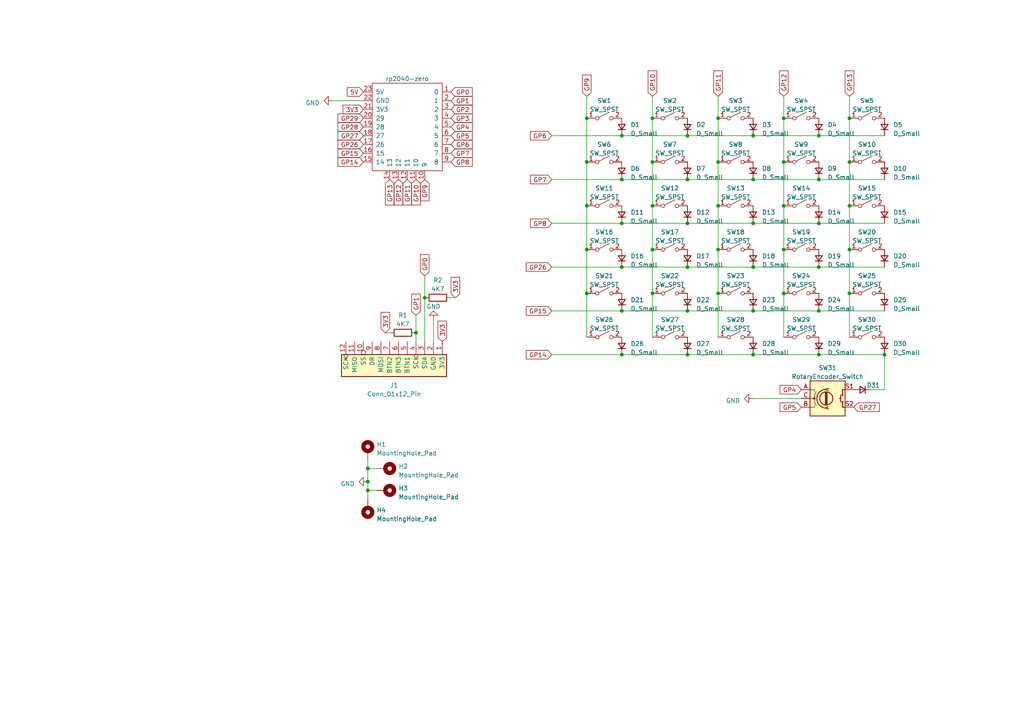
<source format=kicad_sch>
(kicad_sch (version 20230121) (generator eeschema)
  (paper "A4")
  (lib_symbols
    (symbol "Device:D_Small" (pin_numbers hide) (pin_names (offset 0.254) hide)
      (property "Reference" "D" (at -1.27 2.032 0))
      (property "Value" "D_Small" (at -3.81 -2.032 0))
      (symbol "D_Small_0_1"
        (polyline (pts (xy -0.762 -1.016) (xy -0.762 1.016)) (stroke (width 0.254)))
        (polyline (pts (xy -0.762 0) (xy 0.762 0)))
        (polyline (pts (xy 0.762 -1.016) (xy -0.762 0) (xy 0.762 1.016) (xy 0.762 -1.016)) (stroke (width 0.254)))
      )
      (symbol "D_Small_1_1"
        (pin passive line (at -2.54 0 0) (length 1.778) (name "K") (number "1"))
        (pin passive line (at 2.54 0 180) (length 1.778) (name "A") (number "2"))
      )
    )
    (symbol "Device:R" (pin_numbers hide) (pin_names (offset 0))
      (property "Reference" "R" (at 2.032 0 90))
      (property "Value" "R" (at 0 0 90))
      (symbol "R_0_1"
        (rectangle (start -1.016 -2.54) (end 1.016 2.54) (stroke (width 0.254)))
      )
      (symbol "R_1_1"
        (pin passive line (at 0 3.81 270) (length 1.27) (name "~") (number "1"))
        (pin passive line (at 0 -3.81 90) (length 1.27) (name "~") (number "2"))
      )
    )
    (symbol "Device:RotaryEncoder_Switch" (pin_names (offset 0.254) hide)
      (property "Reference" "SW" (at 0 6.604 0))
      (property "Value" "RotaryEncoder_Switch" (at 0 -6.604 0))
      (symbol "RotaryEncoder_Switch_0_1"
        (rectangle (start -5.08 5.08) (end 5.08 -5.08) (stroke (width 0.254)) (fill (type background)))
        (circle (center -3.81 0) (radius 0.254) (fill (type outline)))
        (circle (center -0.381 0) (radius 1.905) (stroke (width 0.254)))
        (arc (start -0.381 2.667) (mid -3.0988 -0.0635) (end -0.381 -2.794) (stroke (width 0.254)))
        (polyline (pts (xy -0.635 -1.778) (xy -0.635 1.778)) (stroke (width 0.254)))
        (polyline (pts (xy -0.381 -1.778) (xy -0.381 1.778)) (stroke (width 0.254)))
        (polyline (pts (xy -0.127 1.778) (xy -0.127 -1.778)) (stroke (width 0.254)))
        (polyline (pts (xy 3.81 0) (xy 3.429 0)) (stroke (width 0.254)))
        (polyline (pts (xy 3.81 1.016) (xy 3.81 -1.016)) (stroke (width 0.254)))
        (polyline (pts (xy -5.08 -2.54) (xy -3.81 -2.54) (xy -3.81 -2.032)))
        (polyline (pts (xy -5.08 2.54) (xy -3.81 2.54) (xy -3.81 2.032)))
        (polyline (pts (xy 0.254 -3.048) (xy -0.508 -2.794) (xy 0.127 -2.413)) (stroke (width 0.254)))
        (polyline (pts (xy 0.254 2.921) (xy -0.508 2.667) (xy 0.127 2.286)) (stroke (width 0.254)))
        (polyline (pts (xy 5.08 -2.54) (xy 4.318 -2.54) (xy 4.318 -1.016)) (stroke (width 0.254)))
        (polyline (pts (xy 5.08 2.54) (xy 4.318 2.54) (xy 4.318 1.016)) (stroke (width 0.254)))
        (polyline (pts (xy -5.08 0) (xy -3.81 0) (xy -3.81 -1.016) (xy -3.302 -2.032)))
        (polyline (pts (xy -4.318 0) (xy -3.81 0) (xy -3.81 1.016) (xy -3.302 2.032)))
        (circle (center 4.318 -1.016) (radius 0.127) (stroke (width 0.254)))
        (circle (center 4.318 1.016) (radius 0.127) (stroke (width 0.254)))
      )
      (symbol "RotaryEncoder_Switch_1_1"
        (pin passive line (at -7.62 2.54 0) (length 2.54) (name "A") (number "A"))
        (pin passive line (at -7.62 -2.54 0) (length 2.54) (name "B") (number "B"))
        (pin passive line (at -7.62 0 0) (length 2.54) (name "C") (number "C"))
        (pin passive line (at 7.62 2.54 180) (length 2.54) (name "S1") (number "S1"))
        (pin passive line (at 7.62 -2.54 180) (length 2.54) (name "S2") (number "S2"))
      )
    )
    (symbol "GND_1" (power) (pin_names (offset 0) hide)
      (property "Value" "GND_1" (at 0 -3.81 0))
      (symbol "GND_1_0_1"
        (polyline (pts (xy 0 0) (xy 0 -1.27) (xy 1.27 -1.27) (xy 0 -2.54) (xy -1.27 -1.27) (xy 0 -1.27)))
      )
      (symbol "GND_1_1_1"
        (pin power_in line (at 0 0 270) (length 0) hide (name "GND") (number "1"))
      )
    )
    (symbol "GND_2" (power) (pin_names (offset 0) hide)
      (property "Value" "GND_2" (at 0 -3.81 0))
      (symbol "GND_2_0_1"
        (polyline (pts (xy 0 0) (xy 0 -1.27) (xy 1.27 -1.27) (xy 0 -2.54) (xy -1.27 -1.27) (xy 0 -1.27)))
      )
      (symbol "GND_2_1_1"
        (pin power_in line (at 0 0 270) (length 0) hide (name "GND") (number "1"))
      )
    )
    (symbol "Mechanical:MountingHole_Pad" (pin_numbers hide) (pin_names (offset 1.016) hide)
      (property "Reference" "H" (at 0 6.35 0))
      (property "Value" "MountingHole_Pad" (at 0 4.445 0))
      (symbol "MountingHole_Pad_0_1"
        (circle (center 0 1.27) (radius 1.27) (stroke (width 1.27)))
      )
      (symbol "MountingHole_Pad_1_1"
        (pin input line (at 0 -2.54 90) (length 2.54) (name "1") (number "1"))
      )
    )
    (symbol "Switch:SW_SPST" (pin_names (offset 0) hide)
      (property "Reference" "SW" (at 0 3.175 0))
      (property "Value" "SW_SPST" (at 0 -2.54 0))
      (symbol "SW_SPST_0_0"
        (circle (center -2.032 0) (radius 0.508))
        (polyline (pts (xy -1.524 0.254) (xy 1.524 1.778)))
        (circle (center 2.032 0) (radius 0.508))
      )
      (symbol "SW_SPST_1_1"
        (pin passive line (at -5.08 0 0) (length 2.54) (name "A") (number "1"))
        (pin passive line (at 5.08 0 180) (length 2.54) (name "B") (number "2"))
      )
    )
    (symbol "mcu:rp2040-zero" (pin_names (offset 1.016))
      (property "Reference" "U" (at 0 15.24 0))
      (property "Value" "rp2040-zero" (at 0 12.7 0))
      (symbol "rp2040-zero_0_1"
        (rectangle (start -10.16 11.43) (end 10.16 -13.97))
      )
      (symbol "rp2040-zero_1_1"
        (pin bidirectional line (at 12.7 8.89 180) (length 2.54) (name "0") (number "1"))
        (pin bidirectional line (at 5.08 -16.51 90) (length 2.54) (name "9") (number "10"))
        (pin bidirectional line (at 2.54 -16.51 90) (length 2.54) (name "10") (number "11"))
        (pin bidirectional line (at 0 -16.51 90) (length 2.54) (name "11") (number "12"))
        (pin bidirectional line (at -2.54 -16.51 90) (length 2.54) (name "12") (number "13"))
        (pin bidirectional line (at -5.08 -16.51 90) (length 2.54) (name "13") (number "14"))
        (pin bidirectional line (at -12.7 -11.43 0) (length 2.54) (name "14") (number "15"))
        (pin bidirectional line (at -12.7 -8.89 0) (length 2.54) (name "15") (number "16"))
        (pin bidirectional line (at -12.7 -6.35 0) (length 2.54) (name "26") (number "17"))
        (pin bidirectional line (at -12.7 -3.81 0) (length 2.54) (name "27") (number "18"))
        (pin bidirectional line (at -12.7 -1.27 0) (length 2.54) (name "28") (number "19"))
        (pin bidirectional line (at 12.7 6.35 180) (length 2.54) (name "1") (number "2"))
        (pin bidirectional line (at -12.7 1.27 0) (length 2.54) (name "29") (number "20"))
        (pin power_out line (at -12.7 3.81 0) (length 2.54) (name "3V3") (number "21"))
        (pin power_out line (at -12.7 6.35 0) (length 2.54) (name "GND") (number "22"))
        (pin power_out line (at -12.7 8.89 0) (length 2.54) (name "5V") (number "23"))
        (pin bidirectional line (at 12.7 3.81 180) (length 2.54) (name "2") (number "3"))
        (pin bidirectional line (at 12.7 1.27 180) (length 2.54) (name "3") (number "4"))
        (pin bidirectional line (at 12.7 -1.27 180) (length 2.54) (name "4") (number "5"))
        (pin bidirectional line (at 12.7 -3.81 180) (length 2.54) (name "5") (number "6"))
        (pin bidirectional line (at 12.7 -6.35 180) (length 2.54) (name "6") (number "7"))
        (pin bidirectional line (at 12.7 -8.89 180) (length 2.54) (name "7") (number "8"))
        (pin bidirectional line (at 12.7 -11.43 180) (length 2.54) (name "8") (number "9"))
      )
    )
    (symbol "misc:cirque-trackpad"
      (property "Reference" "J" (at 0 20.32 0))
      (property "Value" "cirque-trackpad" (at 0 17.78 0))
      (symbol "cirque-trackpad_1_1"
        (rectangle (start -2.54 15.24) (end 3.81 -15.24) (stroke (width 0.254)) (fill (type background)))
        (pin power_in line (at -6.35 13.97 0) (length 3.81) (name "3V3") (number "1"))
        (pin input inverted (at -6.35 -8.89 0) (length 3.81) (name "SS") (number "10"))
        (pin output line (at -6.35 -11.43 0) (length 3.81) (name "MISO") (number "11"))
        (pin input clock (at -6.35 -13.97 0) (length 3.81) (name "SCK") (number "12"))
        (pin power_in line (at -6.35 11.43 0) (length 3.81) (name "GND") (number "2"))
        (pin bidirectional line (at -6.35 8.89 0) (length 3.81) (name "SDA") (number "3"))
        (pin bidirectional clock (at -6.35 6.35 0) (length 3.81) (name "SCL") (number "4"))
        (pin output line (at -6.35 3.81 0) (length 3.81) (name "BTN1") (number "5"))
        (pin output line (at -6.35 1.27 0) (length 3.81) (name "BTN3") (number "6"))
        (pin output line (at -6.35 -1.27 0) (length 3.81) (name "BTN2") (number "7"))
        (pin input line (at -6.35 -3.81 0) (length 3.81) (name "MOSI") (number "8"))
        (pin bidirectional line (at -6.35 -6.35 0) (length 3.81) (name "DR") (number "9"))
      )
    )
    (symbol "power:GND" (power) (pin_names (offset 0) hide)
      (property "Value" "GND" (at 0 -3.81 0))
      (symbol "GND_0_1"
        (polyline (pts (xy 0 0) (xy 0 -1.27) (xy 1.27 -1.27) (xy 0 -2.54) (xy -1.27 -1.27) (xy 0 -1.27)))
      )
      (symbol "GND_1_1"
        (pin power_in line (at 0 0 270) (length 0) hide (name "GND") (number "1"))
      )
    )
  )
  (junction (at 180.34 52.07))
  (junction (at 189.23 34.29))
  (junction (at 208.28 72.39))
  (junction (at 237.49 64.77))
  (junction (at 246.38 34.29))
  (junction (at 199.39 77.47))
  (junction (at 189.23 46.99))
  (junction (at 180.34 64.77))
  (junction (at 120.65 96.52))
  (junction (at 246.38 72.39))
  (junction (at 218.44 77.47))
  (junction (at 227.33 34.29))
  (junction (at 199.39 39.37))
  (junction (at 208.28 59.69))
  (junction (at 106.68 142.24))
  (junction (at 106.68 135.89))
  (junction (at 199.39 64.77))
  (junction (at 237.49 77.47))
  (junction (at 170.18 46.99))
  (junction (at 227.33 46.99))
  (junction (at 237.49 90.17))
  (junction (at 170.18 72.39))
  (junction (at 199.39 102.87))
  (junction (at 218.44 90.17))
  (junction (at 218.44 102.87))
  (junction (at 180.34 77.47))
  (junction (at 227.33 85.09))
  (junction (at 237.49 52.07))
  (junction (at 123.19 86.36))
  (junction (at 180.34 90.17))
  (junction (at 170.18 85.09))
  (junction (at 106.68 139.7))
  (junction (at 218.44 64.77))
  (junction (at 246.38 59.69))
  (junction (at 170.18 34.29))
  (junction (at 208.28 34.29))
  (junction (at 180.34 102.87))
  (junction (at 218.44 39.37))
  (junction (at 208.28 46.99))
  (junction (at 227.33 59.69))
  (junction (at 199.39 52.07))
  (junction (at 189.23 59.69))
  (junction (at 227.33 72.39))
  (junction (at 246.38 85.09))
  (junction (at 189.23 72.39))
  (junction (at 199.39 90.17))
  (junction (at 246.38 46.99))
  (junction (at 237.49 102.87))
  (junction (at 180.34 39.37))
  (junction (at 170.18 59.69))
  (junction (at 218.44 52.07))
  (junction (at 208.28 85.09))
  (junction (at 256.54 102.87))
  (junction (at 237.49 39.37))
  (junction (at 189.23 85.09))
  (wire (pts (xy 189.23 46.99) (xy 189.23 59.69)))
  (wire (pts (xy 227.33 59.69) (xy 227.33 72.39)))
  (wire (pts (xy 246.38 46.99) (xy 246.38 59.69)))
  (wire (pts (xy 246.38 27.94) (xy 246.38 34.29)))
  (wire (pts (xy 189.23 27.94) (xy 189.23 34.29)))
  (wire (pts (xy 227.33 34.29) (xy 227.33 46.99)))
  (wire (pts (xy 199.39 52.07) (xy 218.44 52.07)))
  (wire (pts (xy 120.65 96.52) (xy 120.65 99.06)))
  (wire (pts (xy 199.39 77.47) (xy 218.44 77.47)))
  (wire (pts (xy 180.34 52.07) (xy 199.39 52.07)))
  (wire (pts (xy 208.28 34.29) (xy 208.28 46.99)))
  (wire (pts (xy 160.02 52.07) (xy 180.34 52.07)))
  (wire (pts (xy 160.02 64.77) (xy 180.34 64.77)))
  (wire (pts (xy 246.38 59.69) (xy 246.38 72.39)))
  (wire (pts (xy 232.41 115.57) (xy 218.44 115.57)))
  (wire (pts (xy 227.33 27.94) (xy 227.33 34.29)))
  (wire (pts (xy 106.68 135.89) (xy 109.22 135.89)))
  (wire (pts (xy 106.68 133.35) (xy 106.68 135.89)))
  (wire (pts (xy 170.18 59.69) (xy 170.18 72.39)))
  (wire (pts (xy 170.18 46.99) (xy 170.18 59.69)))
  (wire (pts (xy 237.49 39.37) (xy 256.54 39.37)))
  (wire (pts (xy 246.38 85.09) (xy 246.38 97.79)))
  (wire (pts (xy 246.38 72.39) (xy 246.38 85.09)))
  (wire (pts (xy 132.08 86.36) (xy 130.81 86.36)))
  (wire (pts (xy 180.34 102.87) (xy 199.39 102.87)))
  (wire (pts (xy 106.68 142.24) (xy 109.22 142.24)))
  (wire (pts (xy 237.49 102.87) (xy 256.54 102.87)))
  (wire (pts (xy 170.18 72.39) (xy 170.18 85.09)))
  (wire (pts (xy 120.65 91.44) (xy 120.65 96.52)))
  (wire (pts (xy 160.02 39.37) (xy 180.34 39.37)))
  (wire (pts (xy 208.28 27.94) (xy 208.28 34.29)))
  (wire (pts (xy 237.49 64.77) (xy 256.54 64.77)))
  (wire (pts (xy 218.44 90.17) (xy 237.49 90.17)))
  (wire (pts (xy 218.44 39.37) (xy 237.49 39.37)))
  (wire (pts (xy 237.49 90.17) (xy 256.54 90.17)))
  (wire (pts (xy 170.18 27.94) (xy 170.18 34.29)))
  (wire (pts (xy 227.33 46.99) (xy 227.33 59.69)))
  (wire (pts (xy 227.33 85.09) (xy 227.33 97.79)))
  (wire (pts (xy 96.52 29.21) (xy 105.41 29.21)))
  (wire (pts (xy 199.39 90.17) (xy 218.44 90.17)))
  (wire (pts (xy 180.34 77.47) (xy 199.39 77.47)))
  (wire (pts (xy 208.28 85.09) (xy 208.28 97.79)))
  (wire (pts (xy 123.19 80.01) (xy 123.19 86.36)))
  (wire (pts (xy 208.28 46.99) (xy 208.28 59.69)))
  (wire (pts (xy 180.34 39.37) (xy 199.39 39.37)))
  (wire (pts (xy 218.44 77.47) (xy 237.49 77.47)))
  (wire (pts (xy 218.44 52.07) (xy 237.49 52.07)))
  (wire (pts (xy 106.68 142.24) (xy 106.68 144.78)))
  (wire (pts (xy 189.23 85.09) (xy 189.23 97.79)))
  (wire (pts (xy 237.49 77.47) (xy 256.54 77.47)))
  (wire (pts (xy 218.44 102.87) (xy 237.49 102.87)))
  (wire (pts (xy 111.76 96.52) (xy 113.03 96.52)))
  (wire (pts (xy 199.39 102.87) (xy 218.44 102.87)))
  (wire (pts (xy 189.23 34.29) (xy 189.23 46.99)))
  (wire (pts (xy 170.18 34.29) (xy 170.18 46.99)))
  (wire (pts (xy 256.54 113.03) (xy 252.73 113.03)))
  (wire (pts (xy 125.73 92.71) (xy 125.73 99.06)))
  (wire (pts (xy 256.54 102.87) (xy 256.54 113.03)))
  (wire (pts (xy 106.68 135.89) (xy 106.68 139.7)))
  (wire (pts (xy 160.02 77.47) (xy 180.34 77.47)))
  (wire (pts (xy 189.23 59.69) (xy 189.23 72.39)))
  (wire (pts (xy 208.28 72.39) (xy 208.28 85.09)))
  (wire (pts (xy 246.38 34.29) (xy 246.38 46.99)))
  (wire (pts (xy 106.68 139.7) (xy 106.68 142.24)))
  (wire (pts (xy 123.19 86.36) (xy 123.19 99.06)))
  (wire (pts (xy 237.49 52.07) (xy 256.54 52.07)))
  (wire (pts (xy 227.33 72.39) (xy 227.33 85.09)))
  (wire (pts (xy 218.44 64.77) (xy 237.49 64.77)))
  (wire (pts (xy 199.39 64.77) (xy 218.44 64.77)))
  (wire (pts (xy 189.23 72.39) (xy 189.23 85.09)))
  (wire (pts (xy 160.02 90.17) (xy 180.34 90.17)))
  (wire (pts (xy 180.34 64.77) (xy 199.39 64.77)))
  (wire (pts (xy 160.02 102.87) (xy 180.34 102.87)))
  (wire (pts (xy 199.39 39.37) (xy 218.44 39.37)))
  (wire (pts (xy 170.18 85.09) (xy 170.18 97.79)))
  (wire (pts (xy 208.28 59.69) (xy 208.28 72.39)))
  (wire (pts (xy 180.34 90.17) (xy 199.39 90.17)))
  (global_label "GP26" (shape input) (at 105.41 41.91 180) (property "Intersheetrefs" "${INTERSHEET_REFS}" (effects hide)))
  (global_label "GP13" (shape input) (at 246.38 27.94 90) (property "Intersheetrefs" "${INTERSHEET_REFS}" (effects hide)))
  (global_label "3V3" (shape input) (at 128.27 99.06 90) (property "Intersheetrefs" "${INTERSHEET_REFS}" (effects hide)))
  (global_label "GP0" (shape input) (at 130.81 26.67 0) (property "Intersheetrefs" "${INTERSHEET_REFS}" (effects hide)))
  (global_label "GP26" (shape input) (at 160.02 77.47 180) (property "Intersheetrefs" "${INTERSHEET_REFS}" (effects hide)))
  (global_label "GP15" (shape input) (at 105.41 44.45 180) (property "Intersheetrefs" "${INTERSHEET_REFS}" (effects hide)))
  (global_label "GP6" (shape input) (at 160.02 39.37 180) (property "Intersheetrefs" "${INTERSHEET_REFS}" (effects hide)))
  (global_label "GP27" (shape input) (at 247.65 118.11 0) (property "Intersheetrefs" "${INTERSHEET_REFS}" (effects hide)))
  (global_label "3V3" (shape input) (at 105.41 31.75 180) (property "Intersheetrefs" "${INTERSHEET_REFS}" (effects hide)))
  (global_label "GP28" (shape input) (at 105.41 36.83 180) (property "Intersheetrefs" "${INTERSHEET_REFS}" (effects hide)))
  (global_label "GP9" (shape input) (at 123.19 52.07 270) (property "Intersheetrefs" "${INTERSHEET_REFS}" (effects hide)))
  (global_label "GP8" (shape input) (at 130.81 46.99 0) (property "Intersheetrefs" "${INTERSHEET_REFS}" (effects hide)))
  (global_label "GP6" (shape input) (at 130.81 41.91 0) (property "Intersheetrefs" "${INTERSHEET_REFS}" (effects hide)))
  (global_label "GP3" (shape input) (at 130.81 34.29 0) (property "Intersheetrefs" "${INTERSHEET_REFS}" (effects hide)))
  (global_label "GP1" (shape input) (at 130.81 29.21 0) (property "Intersheetrefs" "${INTERSHEET_REFS}" (effects hide)))
  (global_label "GP14" (shape input) (at 105.41 46.99 180) (property "Intersheetrefs" "${INTERSHEET_REFS}" (effects hide)))
  (global_label "GP10" (shape input) (at 120.65 52.07 270) (property "Intersheetrefs" "${INTERSHEET_REFS}" (effects hide)))
  (global_label "GP14" (shape input) (at 160.02 102.87 180) (property "Intersheetrefs" "${INTERSHEET_REFS}" (effects hide)))
  (global_label "GP10" (shape input) (at 189.23 27.94 90) (property "Intersheetrefs" "${INTERSHEET_REFS}" (effects hide)))
  (global_label "GP12" (shape input) (at 227.33 27.94 90) (property "Intersheetrefs" "${INTERSHEET_REFS}" (effects hide)))
  (global_label "GP2" (shape input) (at 130.81 31.75 0) (property "Intersheetrefs" "${INTERSHEET_REFS}" (effects hide)))
  (global_label "3V3" (shape input) (at 132.08 86.36 90) (property "Intersheetrefs" "${INTERSHEET_REFS}" (effects hide)))
  (global_label "GP11" (shape input) (at 208.28 27.94 90) (property "Intersheetrefs" "${INTERSHEET_REFS}" (effects hide)))
  (global_label "GP15" (shape input) (at 160.02 90.17 180) (property "Intersheetrefs" "${INTERSHEET_REFS}" (effects hide)))
  (global_label "GP1" (shape input) (at 120.65 91.44 90) (property "Intersheetrefs" "${INTERSHEET_REFS}" (effects hide)))
  (global_label "GP8" (shape input) (at 160.02 64.77 180) (property "Intersheetrefs" "${INTERSHEET_REFS}" (effects hide)))
  (global_label "GP27" (shape input) (at 105.41 39.37 180) (property "Intersheetrefs" "${INTERSHEET_REFS}" (effects hide)))
  (global_label "GP5" (shape input) (at 130.81 39.37 0) (property "Intersheetrefs" "${INTERSHEET_REFS}" (effects hide)))
  (global_label "GP7" (shape input) (at 160.02 52.07 180) (property "Intersheetrefs" "${INTERSHEET_REFS}" (effects hide)))
  (global_label "GP9" (shape input) (at 170.18 27.94 90) (property "Intersheetrefs" "${INTERSHEET_REFS}" (effects hide)))
  (global_label "3V3" (shape input) (at 111.76 96.52 90) (property "Intersheetrefs" "${INTERSHEET_REFS}" (effects hide)))
  (global_label "GP7" (shape input) (at 130.81 44.45 0) (property "Intersheetrefs" "${INTERSHEET_REFS}" (effects hide)))
  (global_label "GP4" (shape input) (at 130.81 36.83 0) (property "Intersheetrefs" "${INTERSHEET_REFS}" (effects hide)))
  (global_label "GP4" (shape input) (at 232.41 113.03 180) (property "Intersheetrefs" "${INTERSHEET_REFS}" (effects hide)))
  (global_label "GP12" (shape input) (at 115.57 52.07 270) (property "Intersheetrefs" "${INTERSHEET_REFS}" (effects hide)))
  (global_label "GP0" (shape input) (at 123.19 80.01 90) (property "Intersheetrefs" "${INTERSHEET_REFS}" (effects hide)))
  (global_label "GP29" (shape input) (at 105.41 34.29 180) (property "Intersheetrefs" "${INTERSHEET_REFS}" (effects hide)))
  (global_label "GP5" (shape input) (at 232.41 118.11 180) (property "Intersheetrefs" "${INTERSHEET_REFS}" (effects hide)))
  (global_label "5V" (shape input) (at 105.41 26.67 180) (property "Intersheetrefs" "${INTERSHEET_REFS}" (effects hide)))
  (global_label "GP11" (shape input) (at 118.11 52.07 270) (property "Intersheetrefs" "${INTERSHEET_REFS}" (effects hide)))
  (global_label "GP13" (shape input) (at 113.03 52.07 270) (property "Intersheetrefs" "${INTERSHEET_REFS}" (effects hide)))
  (symbol (lib_id "Device:D_Small") (at 256.54 62.23 90) (unit 1)
    (property "Reference" "D15" (at 259.08 61.595 90) (effects (justify right)))
    (property "Value" "D_Small" (at 259.08 64.135 90) (effects (justify right)))
    (property "Footprint" "Diode_SMD:D_SOD-123" (effects hide))
    (property "Sim.Device" "D" (effects hide))
    (property "Sim.Pins" "1=K 2=A" (effects hide))
  )
  (symbol (lib_id "Device:D_Small") (at 180.34 49.53 90) (unit 1)
    (property "Reference" "D6" (at 182.88 48.895 90) (effects (justify right)))
    (property "Value" "D_Small" (at 182.88 51.435 90) (effects (justify right)))
    (property "Footprint" "Diode_SMD:D_SOD-123" (effects hide))
    (property "Sim.Device" "D" (effects hide))
    (property "Sim.Pins" "1=K 2=A" (effects hide))
  )
  (symbol (lib_id "Switch:SW_SPST") (at 175.26 72.39 0) (unit 1)
    (property "Reference" "SW16" (at 175.26 67.31 0))
    (property "Value" "SW_SPST" (at 175.26 69.85 0))
    (property "Footprint" "PCM_Switch_Keyboard_Kailh:SW_Kailh_Choc_V1_1.00u" (effects hide))
  )
  (symbol (lib_id "Device:D_Small") (at 237.49 62.23 90) (unit 1)
    (property "Reference" "D14" (at 240.03 61.595 90) (effects (justify right)))
    (property "Value" "D_Small" (at 240.03 64.135 90) (effects (justify right)))
    (property "Footprint" "Diode_SMD:D_SOD-123" (effects hide))
    (property "Sim.Device" "D" (effects hide))
    (property "Sim.Pins" "1=K 2=A" (effects hide))
  )
  (symbol (lib_id "Device:R") (at 127 86.36 90) (unit 1)
    (property "Reference" "R2" (at 127 81.28 90))
    (property "Value" "4K7" (at 127 83.82 90))
    (property "Footprint" "Resistor_SMD:R_0402_1005Metric" (effects hide))
  )
  (symbol (lib_id "Mechanical:MountingHole_Pad") (at 106.68 147.32 180) (unit 1)
    (property "Reference" "H4" (at 109.22 147.955 0) (effects (justify right)))
    (property "Value" "MountingHole_Pad" (at 109.22 150.495 0) (effects (justify right)))
    (property "Footprint" "MountingHole:MountingHole_2.2mm_M2_ISO7380_Pad_TopBottom" (effects hide))
  )
  (symbol (lib_id "Switch:SW_SPST") (at 232.41 46.99 0) (unit 1)
    (property "Reference" "SW9" (at 232.41 41.91 0))
    (property "Value" "SW_SPST" (at 232.41 44.45 0))
    (property "Footprint" "PCM_Switch_Keyboard_Kailh:SW_Kailh_Choc_V1_1.00u" (effects hide))
  )
  (symbol (lib_id "Mechanical:MountingHole_Pad") (at 111.76 142.24 270) (unit 1)
    (property "Reference" "H3" (at 115.57 141.605 90) (effects (justify left)))
    (property "Value" "MountingHole_Pad" (at 115.57 144.145 90) (effects (justify left)))
    (property "Footprint" "MountingHole:MountingHole_2.2mm_M2_ISO7380_Pad_TopBottom" (effects hide))
  )
  (symbol (lib_id "Switch:SW_SPST") (at 251.46 59.69 0) (unit 1)
    (property "Reference" "SW15" (at 251.46 54.61 0))
    (property "Value" "SW_SPST" (at 251.46 57.15 0))
    (property "Footprint" "PCM_Switch_Keyboard_Kailh:SW_Kailh_Choc_V1_1.00u" (effects hide))
  )
  (symbol (lib_id "Switch:SW_SPST") (at 213.36 59.69 0) (unit 1)
    (property "Reference" "SW13" (at 213.36 54.61 0))
    (property "Value" "SW_SPST" (at 213.36 57.15 0))
    (property "Footprint" "PCM_Switch_Keyboard_Kailh:SW_Kailh_Choc_V1_1.00u" (effects hide))
  )
  (symbol (lib_id "Device:D_Small") (at 256.54 74.93 90) (unit 1)
    (property "Reference" "D20" (at 259.08 74.295 90) (effects (justify right)))
    (property "Value" "D_Small" (at 259.08 76.835 90) (effects (justify right)))
    (property "Footprint" "Diode_SMD:D_SOD-123" (effects hide))
    (property "Sim.Device" "D" (effects hide))
    (property "Sim.Pins" "1=K 2=A" (effects hide))
  )
  (symbol (lib_name "GND_1") (lib_id "power:GND") (at 218.44 115.57 270) (unit 1)
    (property "Reference" "#PWR03" (effects hide))
    (property "Value" "GND" (at 214.63 116.205 90) (effects (justify right)))
  )
  (symbol (lib_id "Switch:SW_SPST") (at 194.31 59.69 0) (unit 1)
    (property "Reference" "SW12" (at 194.31 54.61 0))
    (property "Value" "SW_SPST" (at 194.31 57.15 0))
    (property "Footprint" "PCM_Switch_Keyboard_Kailh:SW_Kailh_Choc_V1_1.00u" (effects hide))
  )
  (symbol (lib_id "Device:RotaryEncoder_Switch") (at 240.03 115.57 0) (unit 1)
    (property "Reference" "SW31" (at 240.03 106.68 0))
    (property "Value" "RotaryEncoder_Switch" (at 240.03 109.22 0))
    (property "Footprint" "switch:EVQWGD001" (effects hide))
  )
  (symbol (lib_id "Device:D_Small") (at 237.49 49.53 90) (unit 1)
    (property "Reference" "D9" (at 240.03 48.895 90) (effects (justify right)))
    (property "Value" "D_Small" (at 240.03 51.435 90) (effects (justify right)))
    (property "Footprint" "Diode_SMD:D_SOD-123" (effects hide))
    (property "Sim.Device" "D" (effects hide))
    (property "Sim.Pins" "1=K 2=A" (effects hide))
  )
  (symbol (lib_id "Mechanical:MountingHole_Pad") (at 106.68 130.81 0) (unit 1)
    (property "Reference" "H1" (at 109.22 128.905 0) (effects (justify left)))
    (property "Value" "MountingHole_Pad" (at 109.22 131.445 0) (effects (justify left)))
    (property "Footprint" "MountingHole:MountingHole_2.2mm_M2_ISO7380_Pad_TopBottom" (effects hide))
  )
  (symbol (lib_id "power:GND") (at 125.73 92.71 180) (unit 1)
    (property "Reference" "#PWR02" (effects hide))
    (property "Value" "GND" (at 125.73 88.9 0))
  )
  (symbol (lib_id "Device:D_Small") (at 199.39 49.53 90) (unit 1)
    (property "Reference" "D7" (at 201.93 48.895 90) (effects (justify right)))
    (property "Value" "D_Small" (at 201.93 51.435 90) (effects (justify right)))
    (property "Footprint" "Diode_SMD:D_SOD-123" (effects hide))
    (property "Sim.Device" "D" (effects hide))
    (property "Sim.Pins" "1=K 2=A" (effects hide))
  )
  (symbol (lib_id "Device:D_Small") (at 218.44 36.83 90) (unit 1)
    (property "Reference" "D3" (at 220.98 36.195 90) (effects (justify right)))
    (property "Value" "D_Small" (at 220.98 38.735 90) (effects (justify right)))
    (property "Footprint" "Diode_SMD:D_SOD-123" (effects hide))
    (property "Sim.Device" "D" (effects hide))
    (property "Sim.Pins" "1=K 2=A" (effects hide))
  )
  (symbol (lib_id "Switch:SW_SPST") (at 213.36 34.29 0) (unit 1)
    (property "Reference" "SW3" (at 213.36 29.21 0))
    (property "Value" "SW_SPST" (at 213.36 31.75 0))
    (property "Footprint" "PCM_Switch_Keyboard_Kailh:SW_Kailh_Choc_V1_1.00u" (effects hide))
  )
  (symbol (lib_name "GND_2") (lib_id "power:GND") (at 96.52 29.21 270) (unit 1)
    (property "Reference" "#PWR01" (effects hide))
    (property "Value" "GND" (at 92.71 29.845 90) (effects (justify right)))
  )
  (symbol (lib_id "Device:D_Small") (at 237.49 36.83 90) (unit 1)
    (property "Reference" "D4" (at 240.03 36.195 90) (effects (justify right)))
    (property "Value" "D_Small" (at 240.03 38.735 90) (effects (justify right)))
    (property "Footprint" "Diode_SMD:D_SOD-123" (effects hide))
    (property "Sim.Device" "D" (effects hide))
    (property "Sim.Pins" "1=K 2=A" (effects hide))
  )
  (symbol (lib_id "Device:D_Small") (at 199.39 62.23 90) (unit 1)
    (property "Reference" "D12" (at 201.93 61.595 90) (effects (justify right)))
    (property "Value" "D_Small" (at 201.93 64.135 90) (effects (justify right)))
    (property "Footprint" "Diode_SMD:D_SOD-123" (effects hide))
    (property "Sim.Device" "D" (effects hide))
    (property "Sim.Pins" "1=K 2=A" (effects hide))
  )
  (symbol (lib_id "Switch:SW_SPST") (at 213.36 97.79 0) (unit 1)
    (property "Reference" "SW28" (at 213.36 92.71 0))
    (property "Value" "SW_SPST" (at 213.36 95.25 0))
    (property "Footprint" "PCM_Switch_Keyboard_Kailh:SW_Kailh_Choc_V1_1.00u" (effects hide))
  )
  (symbol (lib_id "Device:D_Small") (at 250.19 113.03 180) (unit 1)
    (property "Reference" "D31" (at 255.27 111.76 0) (effects (justify left)))
    (property "Value" "D_Small" (effects hide))
    (property "Footprint" "Diode_SMD:D_SOD-123" (effects hide))
    (property "Sim.Device" "D" (effects hide))
    (property "Sim.Pins" "1=K 2=A" (effects hide))
  )
  (symbol (lib_id "Device:D_Small") (at 180.34 62.23 90) (unit 1)
    (property "Reference" "D11" (at 182.88 61.595 90) (effects (justify right)))
    (property "Value" "D_Small" (at 182.88 64.135 90) (effects (justify right)))
    (property "Footprint" "Diode_SMD:D_SOD-123" (effects hide))
    (property "Sim.Device" "D" (effects hide))
    (property "Sim.Pins" "1=K 2=A" (effects hide))
  )
  (symbol (lib_id "Switch:SW_SPST") (at 175.26 34.29 0) (unit 1)
    (property "Reference" "SW1" (at 175.26 29.21 0))
    (property "Value" "SW_SPST" (at 175.26 31.75 0))
    (property "Footprint" "PCM_Switch_Keyboard_Kailh:SW_Kailh_Choc_V1_1.00u" (effects hide))
  )
  (symbol (lib_id "Switch:SW_SPST") (at 175.26 97.79 0) (unit 1)
    (property "Reference" "SW26" (at 175.26 92.71 0))
    (property "Value" "SW_SPST" (at 175.26 95.25 0))
    (property "Footprint" "PCM_Switch_Keyboard_Kailh:SW_Kailh_Choc_V1_1.00u" (effects hide))
  )
  (symbol (lib_id "mcu:rp2040-zero") (at 118.11 35.56 0) (unit 1)
    (property "Reference" "RZ1" (effects hide))
    (property "Value" "rp2040-zero" (at 118.11 22.86 0))
    (property "Footprint" "mcu:rp2040-zero-tht" (effects hide))
  )
  (symbol (lib_id "Device:D_Small") (at 199.39 74.93 90) (unit 1)
    (property "Reference" "D17" (at 201.93 74.295 90) (effects (justify right)))
    (property "Value" "D_Small" (at 201.93 76.835 90) (effects (justify right)))
    (property "Footprint" "Diode_SMD:D_SOD-123" (effects hide))
    (property "Sim.Device" "D" (effects hide))
    (property "Sim.Pins" "1=K 2=A" (effects hide))
  )
  (symbol (lib_id "Device:D_Small") (at 199.39 36.83 90) (unit 1)
    (property "Reference" "D2" (at 201.93 36.195 90) (effects (justify right)))
    (property "Value" "D_Small" (at 201.93 38.735 90) (effects (justify right)))
    (property "Footprint" "Diode_SMD:D_SOD-123" (effects hide))
    (property "Sim.Device" "D" (effects hide))
    (property "Sim.Pins" "1=K 2=A" (effects hide))
  )
  (symbol (lib_id "Switch:SW_SPST") (at 232.41 34.29 0) (unit 1)
    (property "Reference" "SW4" (at 232.41 29.21 0))
    (property "Value" "SW_SPST" (at 232.41 31.75 0))
    (property "Footprint" "PCM_Switch_Keyboard_Kailh:SW_Kailh_Choc_V1_1.00u" (effects hide))
  )
  (symbol (lib_id "Device:D_Small") (at 218.44 49.53 90) (unit 1)
    (property "Reference" "D8" (at 220.98 48.895 90) (effects (justify right)))
    (property "Value" "D_Small" (at 220.98 51.435 90) (effects (justify right)))
    (property "Footprint" "Diode_SMD:D_SOD-123" (effects hide))
    (property "Sim.Device" "D" (effects hide))
    (property "Sim.Pins" "1=K 2=A" (effects hide))
  )
  (symbol (lib_id "Switch:SW_SPST") (at 251.46 34.29 0) (unit 1)
    (property "Reference" "SW5" (at 251.46 29.21 0))
    (property "Value" "SW_SPST" (at 251.46 31.75 0))
    (property "Footprint" "PCM_Switch_Keyboard_Kailh:SW_Kailh_Choc_V1_1.00u" (effects hide))
  )
  (symbol (lib_id "Switch:SW_SPST") (at 232.41 72.39 0) (unit 1)
    (property "Reference" "SW19" (at 232.41 67.31 0))
    (property "Value" "SW_SPST" (at 232.41 69.85 0))
    (property "Footprint" "PCM_Switch_Keyboard_Kailh:SW_Kailh_Choc_V1_1.00u" (effects hide))
  )
  (symbol (lib_id "Switch:SW_SPST") (at 232.41 59.69 0) (unit 1)
    (property "Reference" "SW14" (at 232.41 54.61 0))
    (property "Value" "SW_SPST" (at 232.41 57.15 0))
    (property "Footprint" "PCM_Switch_Keyboard_Kailh:SW_Kailh_Choc_V1_1.00u" (effects hide))
  )
  (symbol (lib_id "Device:D_Small") (at 180.34 36.83 90) (unit 1)
    (property "Reference" "D1" (at 182.88 36.195 90) (effects (justify right)))
    (property "Value" "D_Small" (at 182.88 38.735 90) (effects (justify right)))
    (property "Footprint" "Diode_SMD:D_SOD-123" (effects hide))
    (property "Sim.Device" "D" (effects hide))
    (property "Sim.Pins" "1=K 2=A" (effects hide))
  )
  (symbol (lib_id "power:GND") (at 106.68 139.7 270) (unit 1)
    (property "Reference" "#PWR04" (effects hide))
    (property "Value" "GND" (at 102.87 140.335 90) (effects (justify right)))
  )
  (symbol (lib_id "Switch:SW_SPST") (at 194.31 34.29 0) (unit 1)
    (property "Reference" "SW2" (at 194.31 29.21 0))
    (property "Value" "SW_SPST" (at 194.31 31.75 0))
    (property "Footprint" "PCM_Switch_Keyboard_Kailh:SW_Kailh_Choc_V1_1.00u" (effects hide))
  )
  (symbol (lib_id "Device:D_Small") (at 218.44 62.23 90) (unit 1)
    (property "Reference" "D13" (at 220.98 61.595 90) (effects (justify right)))
    (property "Value" "D_Small" (at 220.98 64.135 90) (effects (justify right)))
    (property "Footprint" "Diode_SMD:D_SOD-123" (effects hide))
    (property "Sim.Device" "D" (effects hide))
    (property "Sim.Pins" "1=K 2=A" (effects hide))
  )
  (symbol (lib_id "Switch:SW_SPST") (at 175.26 59.69 0) (unit 1)
    (property "Reference" "SW11" (at 175.26 54.61 0))
    (property "Value" "SW_SPST" (at 175.26 57.15 0))
    (property "Footprint" "PCM_Switch_Keyboard_Kailh:SW_Kailh_Choc_V1_1.00u" (effects hide))
  )
  (symbol (lib_id "Switch:SW_SPST") (at 232.41 85.09 0) (unit 1)
    (property "Reference" "SW24" (at 232.41 80.01 0))
    (property "Value" "SW_SPST" (at 232.41 82.55 0))
    (property "Footprint" "PCM_Switch_Keyboard_Kailh:SW_Kailh_Choc_V1_1.00u" (effects hide))
  )
  (symbol (lib_id "Device:R") (at 116.84 96.52 90) (unit 1)
    (property "Reference" "R1" (at 116.84 91.44 90))
    (property "Value" "4K7" (at 116.84 93.98 90))
    (property "Footprint" "Resistor_SMD:R_0402_1005Metric" (effects hide))
  )
  (symbol (lib_id "Device:D_Small") (at 180.34 100.33 90) (unit 1)
    (property "Reference" "D26" (at 182.88 99.695 90) (effects (justify right)))
    (property "Value" "D_Small" (at 182.88 102.235 90) (effects (justify right)))
    (property "Footprint" "Diode_SMD:D_SOD-123" (effects hide))
    (property "Sim.Device" "D" (effects hide))
    (property "Sim.Pins" "1=K 2=A" (effects hide))
  )
  (symbol (lib_id "Device:D_Small") (at 237.49 100.33 90) (unit 1)
    (property "Reference" "D29" (at 240.03 99.695 90) (effects (justify right)))
    (property "Value" "D_Small" (at 240.03 102.235 90) (effects (justify right)))
    (property "Footprint" "Diode_SMD:D_SOD-123" (effects hide))
    (property "Sim.Device" "D" (effects hide))
    (property "Sim.Pins" "1=K 2=A" (effects hide))
  )
  (symbol (lib_id "Switch:SW_SPST") (at 194.31 72.39 0) (unit 1)
    (property "Reference" "SW17" (at 194.31 67.31 0))
    (property "Value" "SW_SPST" (at 194.31 69.85 0))
    (property "Footprint" "PCM_Switch_Keyboard_Kailh:SW_Kailh_Choc_V1_1.00u" (effects hide))
  )
  (symbol (lib_id "Device:D_Small") (at 199.39 100.33 90) (unit 1)
    (property "Reference" "D27" (at 201.93 99.695 90) (effects (justify right)))
    (property "Value" "D_Small" (at 201.93 102.235 90) (effects (justify right)))
    (property "Footprint" "Diode_SMD:D_SOD-123" (effects hide))
    (property "Sim.Device" "D" (effects hide))
    (property "Sim.Pins" "1=K 2=A" (effects hide))
  )
  (symbol (lib_id "Switch:SW_SPST") (at 175.26 46.99 0) (unit 1)
    (property "Reference" "SW6" (at 175.26 41.91 0))
    (property "Value" "SW_SPST" (at 175.26 44.45 0))
    (property "Footprint" "PCM_Switch_Keyboard_Kailh:SW_Kailh_Choc_V1_1.00u" (effects hide))
  )
  (symbol (lib_id "Switch:SW_SPST") (at 194.31 97.79 0) (unit 1)
    (property "Reference" "SW27" (at 194.31 92.71 0))
    (property "Value" "SW_SPST" (at 194.31 95.25 0))
    (property "Footprint" "PCM_Switch_Keyboard_Kailh:SW_Kailh_Choc_V1_1.00u" (effects hide))
  )
  (symbol (lib_id "Device:D_Small") (at 256.54 100.33 90) (unit 1)
    (property "Reference" "D30" (at 259.08 99.695 90) (effects (justify right)))
    (property "Value" "D_Small" (at 259.08 102.235 90) (effects (justify right)))
    (property "Footprint" "Diode_SMD:D_SOD-123" (effects hide))
    (property "Sim.Device" "D" (effects hide))
    (property "Sim.Pins" "1=K 2=A" (effects hide))
  )
  (symbol (lib_id "Switch:SW_SPST") (at 251.46 97.79 0) (unit 1)
    (property "Reference" "SW30" (at 251.46 92.71 0))
    (property "Value" "SW_SPST" (at 251.46 95.25 0))
    (property "Footprint" "PCM_Switch_Keyboard_Kailh:SW_Kailh_Choc_V1_1.00u" (effects hide))
  )
  (symbol (lib_id "Switch:SW_SPST") (at 251.46 72.39 0) (unit 1)
    (property "Reference" "SW20" (at 251.46 67.31 0))
    (property "Value" "SW_SPST" (at 251.46 69.85 0))
    (property "Footprint" "PCM_Switch_Keyboard_Kailh:SW_Kailh_Choc_V1_1.00u" (effects hide))
  )
  (symbol (lib_id "Switch:SW_SPST") (at 251.46 46.99 0) (unit 1)
    (property "Reference" "SW10" (at 251.46 41.91 0))
    (property "Value" "SW_SPST" (at 251.46 44.45 0))
    (property "Footprint" "PCM_Switch_Keyboard_Kailh:SW_Kailh_Choc_V1_1.00u" (effects hide))
  )
  (symbol (lib_id "Switch:SW_SPST") (at 194.31 46.99 0) (unit 1)
    (property "Reference" "SW7" (at 194.31 41.91 0))
    (property "Value" "SW_SPST" (at 194.31 44.45 0))
    (property "Footprint" "PCM_Switch_Keyboard_Kailh:SW_Kailh_Choc_V1_1.00u" (effects hide))
  )
  (symbol (lib_id "Switch:SW_SPST") (at 232.41 97.79 0) (unit 1)
    (property "Reference" "SW29" (at 232.41 92.71 0))
    (property "Value" "SW_SPST" (at 232.41 95.25 0))
    (property "Footprint" "PCM_Switch_Keyboard_Kailh:SW_Kailh_Choc_V1_1.00u" (effects hide))
  )
  (symbol (lib_id "Device:D_Small") (at 180.34 87.63 90) (unit 1)
    (property "Reference" "D21" (at 182.88 86.995 90) (effects (justify right)))
    (property "Value" "D_Small" (at 182.88 89.535 90) (effects (justify right)))
    (property "Footprint" "Diode_SMD:D_SOD-123" (effects hide))
    (property "Sim.Device" "D" (effects hide))
    (property "Sim.Pins" "1=K 2=A" (effects hide))
  )
  (symbol (lib_id "Switch:SW_SPST") (at 251.46 85.09 0) (unit 1)
    (property "Reference" "SW25" (at 251.46 80.01 0))
    (property "Value" "SW_SPST" (at 251.46 82.55 0))
    (property "Footprint" "PCM_Switch_Keyboard_Kailh:SW_Kailh_Choc_V1_1.00u" (effects hide))
  )
  (symbol (lib_id "misc:cirque-trackpad") (at 114.3 105.41 270) (unit 1)
    (property "Reference" "J1" (at 114.3 111.76 90))
    (property "Value" "Conn_01x12_Pin" (at 114.3 114.3 90))
    (property "Footprint" "Connector_FFC-FPC:Hirose_FH12-12S-0.5SH_1x12-1MP_P0.50mm_Horizontal" (effects hide))
  )
  (symbol (lib_id "Device:D_Small") (at 218.44 74.93 90) (unit 1)
    (property "Reference" "D18" (at 220.98 74.295 90) (effects (justify right)))
    (property "Value" "D_Small" (at 220.98 76.835 90) (effects (justify right)))
    (property "Footprint" "Diode_SMD:D_SOD-123" (effects hide))
    (property "Sim.Device" "D" (effects hide))
    (property "Sim.Pins" "1=K 2=A" (effects hide))
  )
  (symbol (lib_id "Device:D_Small") (at 237.49 87.63 90) (unit 1)
    (property "Reference" "D24" (at 240.03 86.995 90) (effects (justify right)))
    (property "Value" "D_Small" (at 240.03 89.535 90) (effects (justify right)))
    (property "Footprint" "Diode_SMD:D_SOD-123" (effects hide))
    (property "Sim.Device" "D" (effects hide))
    (property "Sim.Pins" "1=K 2=A" (effects hide))
  )
  (symbol (lib_id "Switch:SW_SPST") (at 213.36 72.39 0) (unit 1)
    (property "Reference" "SW18" (at 213.36 67.31 0))
    (property "Value" "SW_SPST" (at 213.36 69.85 0))
    (property "Footprint" "PCM_Switch_Keyboard_Kailh:SW_Kailh_Choc_V1_1.00u" (effects hide))
  )
  (symbol (lib_id "Device:D_Small") (at 218.44 87.63 90) (unit 1)
    (property "Reference" "D23" (at 220.98 86.995 90) (effects (justify right)))
    (property "Value" "D_Small" (at 220.98 89.535 90) (effects (justify right)))
    (property "Footprint" "Diode_SMD:D_SOD-123" (effects hide))
    (property "Sim.Device" "D" (effects hide))
    (property "Sim.Pins" "1=K 2=A" (effects hide))
  )
  (symbol (lib_id "Switch:SW_SPST") (at 213.36 46.99 0) (unit 1)
    (property "Reference" "SW8" (at 213.36 41.91 0))
    (property "Value" "SW_SPST" (at 213.36 44.45 0))
    (property "Footprint" "PCM_Switch_Keyboard_Kailh:SW_Kailh_Choc_V1_1.00u" (effects hide))
  )
  (symbol (lib_id "Switch:SW_SPST") (at 194.31 85.09 0) (unit 1)
    (property "Reference" "SW22" (at 194.31 80.01 0))
    (property "Value" "SW_SPST" (at 194.31 82.55 0))
    (property "Footprint" "PCM_Switch_Keyboard_Kailh:SW_Kailh_Choc_V1_1.00u" (effects hide))
  )
  (symbol (lib_id "Switch:SW_SPST") (at 175.26 85.09 0) (unit 1)
    (property "Reference" "SW21" (at 175.26 80.01 0))
    (property "Value" "SW_SPST" (at 175.26 82.55 0))
    (property "Footprint" "PCM_Switch_Keyboard_Kailh:SW_Kailh_Choc_V1_1.00u" (effects hide))
  )
  (symbol (lib_id "Device:D_Small") (at 218.44 100.33 90) (unit 1)
    (property "Reference" "D28" (at 220.98 99.695 90) (effects (justify right)))
    (property "Value" "D_Small" (at 220.98 102.235 90) (effects (justify right)))
    (property "Footprint" "Diode_SMD:D_SOD-123" (effects hide))
    (property "Sim.Device" "D" (effects hide))
    (property "Sim.Pins" "1=K 2=A" (effects hide))
  )
  (symbol (lib_id "Switch:SW_SPST") (at 213.36 85.09 0) (unit 1)
    (property "Reference" "SW23" (at 213.36 80.01 0))
    (property "Value" "SW_SPST" (at 213.36 82.55 0))
    (property "Footprint" "PCM_Switch_Keyboard_Kailh:SW_Kailh_Choc_V1_1.00u" (effects hide))
  )
  (symbol (lib_id "Device:D_Small") (at 237.49 74.93 90) (unit 1)
    (property "Reference" "D19" (at 240.03 74.295 90) (effects (justify right)))
    (property "Value" "D_Small" (at 240.03 76.835 90) (effects (justify right)))
    (property "Footprint" "Diode_SMD:D_SOD-123" (effects hide))
    (property "Sim.Device" "D" (effects hide))
    (property "Sim.Pins" "1=K 2=A" (effects hide))
  )
  (symbol (lib_id "Device:D_Small") (at 199.39 87.63 90) (unit 1)
    (property "Reference" "D22" (at 201.93 86.995 90) (effects (justify right)))
    (property "Value" "D_Small" (at 201.93 89.535 90) (effects (justify right)))
    (property "Footprint" "Diode_SMD:D_SOD-123" (effects hide))
    (property "Sim.Device" "D" (effects hide))
    (property "Sim.Pins" "1=K 2=A" (effects hide))
  )
  (symbol (lib_id "Mechanical:MountingHole_Pad") (at 111.76 135.89 270) (unit 1)
    (property "Reference" "H2" (at 115.57 135.255 90) (effects (justify left)))
    (property "Value" "MountingHole_Pad" (at 115.57 137.795 90) (effects (justify left)))
    (property "Footprint" "MountingHole:MountingHole_2.2mm_M2_ISO7380_Pad_TopBottom" (effects hide))
  )
  (symbol (lib_id "Device:D_Small") (at 256.54 49.53 90) (unit 1)
    (property "Reference" "D10" (at 259.08 48.895 90) (effects (justify right)))
    (property "Value" "D_Small" (at 259.08 51.435 90) (effects (justify right)))
    (property "Footprint" "Diode_SMD:D_SOD-123" (effects hide))
    (property "Sim.Device" "D" (effects hide))
    (property "Sim.Pins" "1=K 2=A" (effects hide))
  )
  (symbol (lib_id "Device:D_Small") (at 256.54 36.83 90) (unit 1)
    (property "Reference" "D5" (at 259.08 36.195 90) (effects (justify right)))
    (property "Value" "D_Small" (at 259.08 38.735 90) (effects (justify right)))
    (property "Footprint" "Diode_SMD:D_SOD-123" (effects hide))
    (property "Sim.Device" "D" (effects hide))
    (property "Sim.Pins" "1=K 2=A" (effects hide))
  )
  (symbol (lib_id "Device:D_Small") (at 180.34 74.93 90) (unit 1)
    (property "Reference" "D16" (at 182.88 74.295 90) (effects (justify right)))
    (property "Value" "D_Small" (at 182.88 76.835 90) (effects (justify right)))
    (property "Footprint" "Diode_SMD:D_SOD-123" (effects hide))
    (property "Sim.Device" "D" (effects hide))
    (property "Sim.Pins" "1=K 2=A" (effects hide))
  )
  (symbol (lib_id "Device:D_Small") (at 256.54 87.63 90) (unit 1)
    (property "Reference" "D25" (at 259.08 86.995 90) (effects (justify right)))
    (property "Value" "D_Small" (at 259.08 89.535 90) (effects (justify right)))
    (property "Footprint" "Diode_SMD:D_SOD-123" (effects hide))
    (property "Sim.Device" "D" (effects hide))
    (property "Sim.Pins" "1=K 2=A" (effects hide))
  )
)
</source>
